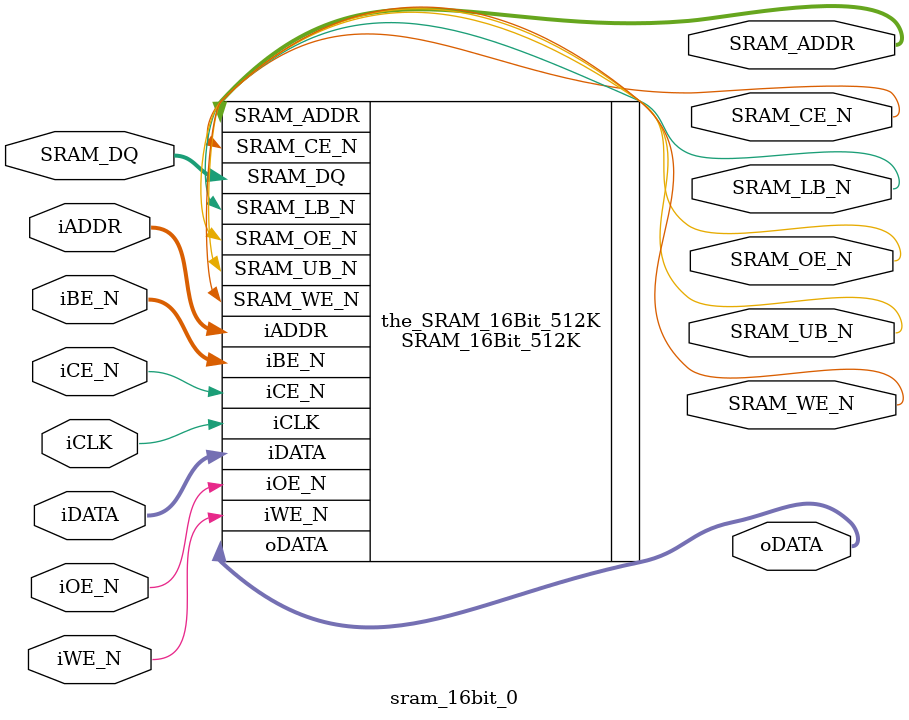
<source format=v>

`timescale 1ns / 1ps
// synthesis translate_on

// turn off superfluous verilog processor warnings 
// altera message_level Level1 
// altera message_off 10034 10035 10036 10037 10230 10240 10030 

module sram_16bit_0 (
                      // inputs:
                       iADDR,
                       iBE_N,
                       iCE_N,
                       iCLK,
                       iDATA,
                       iOE_N,
                       iWE_N,

                      // outputs:
                       SRAM_ADDR,
                       SRAM_CE_N,
                       SRAM_DQ,
                       SRAM_LB_N,
                       SRAM_OE_N,
                       SRAM_UB_N,
                       SRAM_WE_N,
                       oDATA
                    )
;

  output  [ 17: 0] SRAM_ADDR;
  output           SRAM_CE_N;
  inout   [ 15: 0] SRAM_DQ;
  output           SRAM_LB_N;
  output           SRAM_OE_N;
  output           SRAM_UB_N;
  output           SRAM_WE_N;
  output  [ 15: 0] oDATA;
  input   [ 17: 0] iADDR;
  input   [  1: 0] iBE_N;
  input            iCE_N;
  input            iCLK;
  input   [ 15: 0] iDATA;
  input            iOE_N;
  input            iWE_N;

  wire    [ 17: 0] SRAM_ADDR;
  wire             SRAM_CE_N;
  wire    [ 15: 0] SRAM_DQ;
  wire             SRAM_LB_N;
  wire             SRAM_OE_N;
  wire             SRAM_UB_N;
  wire             SRAM_WE_N;
  wire    [ 15: 0] oDATA;
  SRAM_16Bit_512K the_SRAM_16Bit_512K
    (
      .SRAM_ADDR (SRAM_ADDR),
      .SRAM_CE_N (SRAM_CE_N),
      .SRAM_DQ   (SRAM_DQ),
      .SRAM_LB_N (SRAM_LB_N),
      .SRAM_OE_N (SRAM_OE_N),
      .SRAM_UB_N (SRAM_UB_N),
      .SRAM_WE_N (SRAM_WE_N),
      .iADDR     (iADDR),
      .iBE_N     (iBE_N),
      .iCE_N     (iCE_N),
      .iCLK      (iCLK),
      .iDATA     (iDATA),
      .iOE_N     (iOE_N),
      .iWE_N     (iWE_N),
      .oDATA     (oDATA)
    );


endmodule


</source>
